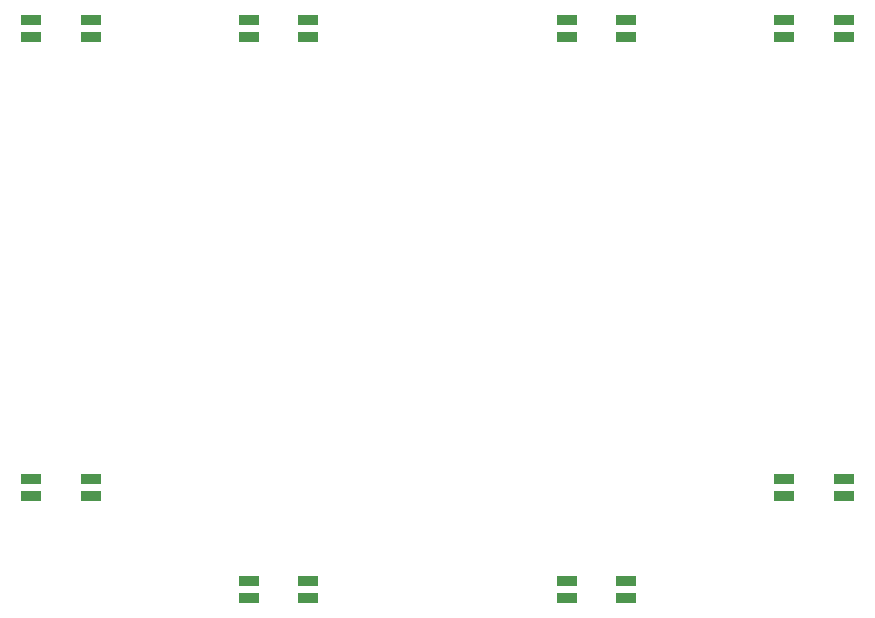
<source format=gbp>
G04 #@! TF.GenerationSoftware,KiCad,Pcbnew,5.1.5+dfsg1-2build2*
G04 #@! TF.CreationDate,2020-09-22T17:53:16+09:00*
G04 #@! TF.ProjectId,shield,73686965-6c64-42e6-9b69-6361645f7063,rev?*
G04 #@! TF.SameCoordinates,Original*
G04 #@! TF.FileFunction,Paste,Bot*
G04 #@! TF.FilePolarity,Positive*
%FSLAX46Y46*%
G04 Gerber Fmt 4.6, Leading zero omitted, Abs format (unit mm)*
G04 Created by KiCad (PCBNEW 5.1.5+dfsg1-2build2) date 2020-09-22 17:53:16*
%MOMM*%
%LPD*%
G04 APERTURE LIST*
%ADD10R,1.800000X0.820000*%
G04 APERTURE END LIST*
D10*
X23535000Y-60464000D03*
X23535000Y-61964000D03*
X28535000Y-61964000D03*
X28535000Y-60464000D03*
X23535000Y-21602000D03*
X23535000Y-23102000D03*
X28535000Y-23102000D03*
X28535000Y-21602000D03*
X41950000Y-69100000D03*
X41950000Y-70600000D03*
X46950000Y-70600000D03*
X46950000Y-69100000D03*
X41950000Y-21602000D03*
X41950000Y-23102000D03*
X46950000Y-23102000D03*
X46950000Y-21602000D03*
X87289000Y-61964000D03*
X87289000Y-60464000D03*
X92289000Y-60464000D03*
X92289000Y-61964000D03*
X68874000Y-70600000D03*
X68874000Y-69100000D03*
X73874000Y-69100000D03*
X73874000Y-70600000D03*
X87289000Y-23102000D03*
X87289000Y-21602000D03*
X92289000Y-21602000D03*
X92289000Y-23102000D03*
X68874000Y-23102000D03*
X68874000Y-21602000D03*
X73874000Y-21602000D03*
X73874000Y-23102000D03*
M02*

</source>
